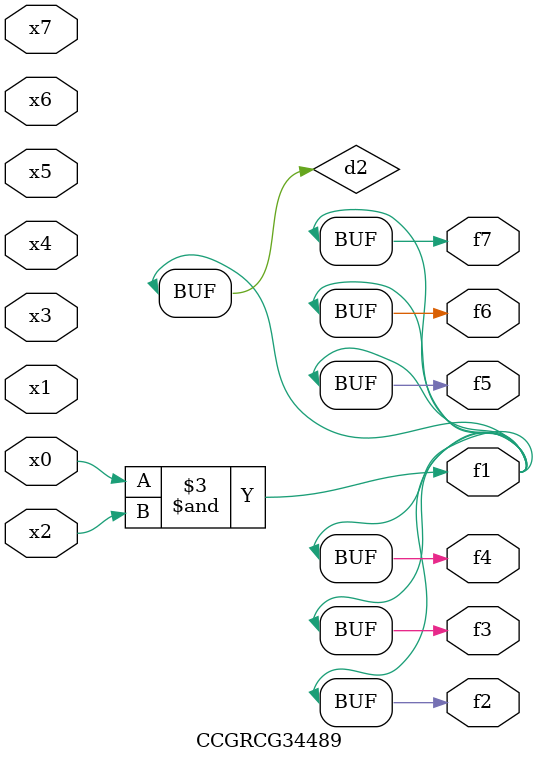
<source format=v>
module CCGRCG34489(
	input x0, x1, x2, x3, x4, x5, x6, x7,
	output f1, f2, f3, f4, f5, f6, f7
);

	wire d1, d2;

	nor (d1, x3, x6);
	and (d2, x0, x2);
	assign f1 = d2;
	assign f2 = d2;
	assign f3 = d2;
	assign f4 = d2;
	assign f5 = d2;
	assign f6 = d2;
	assign f7 = d2;
endmodule

</source>
